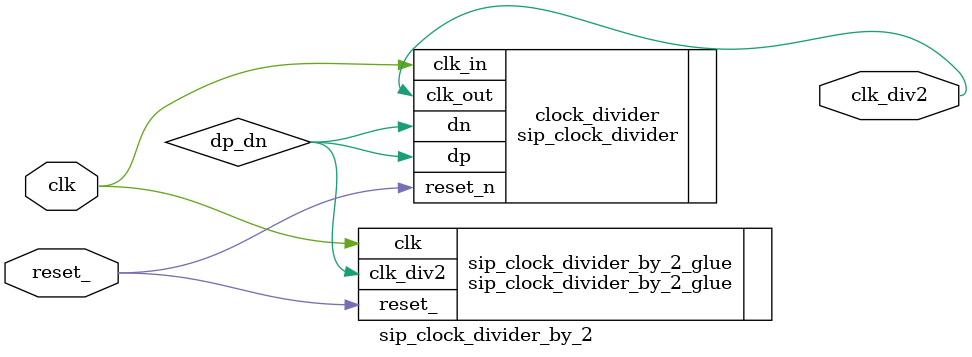
<source format=v>
module sip_clock_divider_by_2(/*AUTOARG*/
   // Outputs
   clk_div2,
   // Inputs
   reset_, clk
   );


   ///////////////
   // INTERFACE //  
   ///////////////

   // General
   input          reset_;
   input 	  clk;
   output 	  clk_div2;

   //////////////////////////////
   // Internal Regsiter & Wire //
   //////////////////////////////

   wire 	  dp_dn;

   ///////////
   // Logic //
   ///////////

   /* sip_clock_divider_by_2_glue AUTO_TEMPLATE (
    .clk_div2 (dp_dn),
    );*/
   sip_clock_divider_by_2_glue
     sip_clock_divider_by_2_glue(/*AUTOINST*/
				 // Outputs
				 .clk_div2		(dp_dn),	 // Templated
				 // Inputs
				 .reset_		(reset_),
				 .clk			(clk));
       
   // Use this cell clock will be balaned.
   sip_clock_divider clock_divider
     (
      // Outputs
      .clk_out  (clk_div2),
      // Inputs
      .clk_in   (clk),
      .dn       (dp_dn),
      .dp       (dp_dn),
      .reset_n  (reset_));
  
endmodule // sip_clock_divider_by_2

 

</source>
